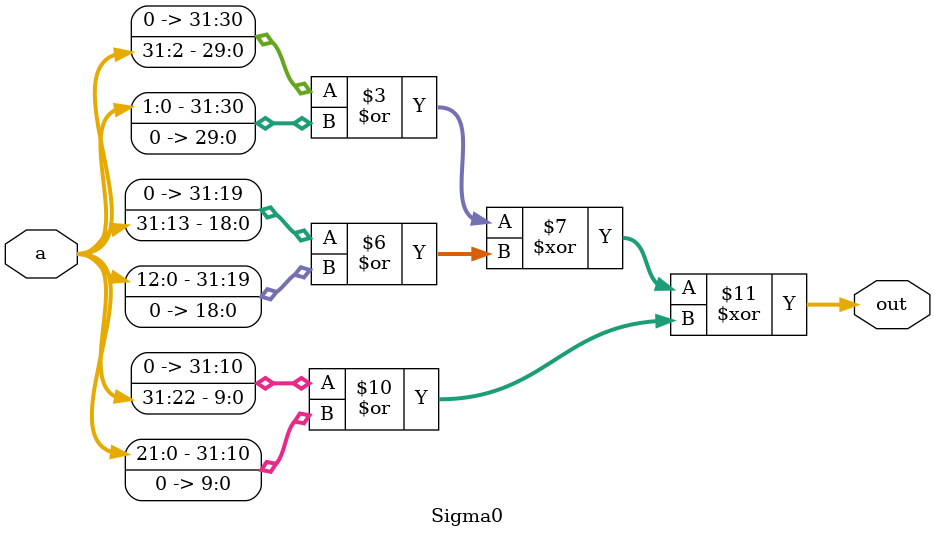
<source format=v>
module Sigma0 (
    input  wire [31:0] a,   // Đầu vào 32-bit
    output wire [31:0] out  // Đầu ra 32-bit
);

    // Tính toán \Sigma_0
    assign out = (a >> 2 | a << (30)) ^  // rightrotate 2
                 (a >> 13 | a << (19)) ^ // rightrotate 13
                 (a >> 22 | a << (10));  // rightrotate 22

endmodule
</source>
